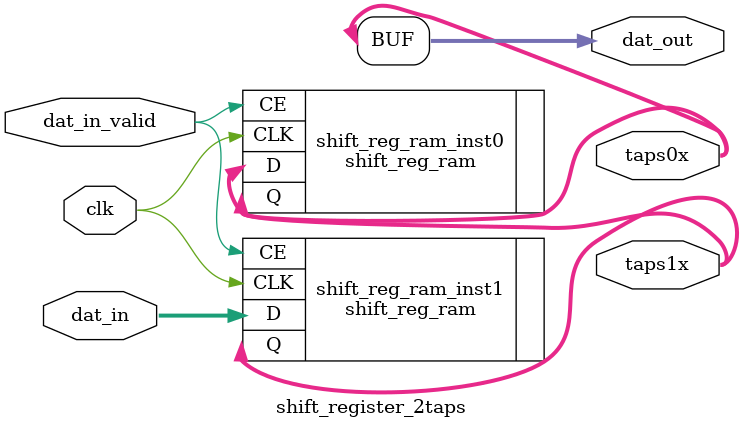
<source format=v>
`timescale 1ns / 1ps


module shift_register_2taps #(
    parameter DATA_WIDTH = 8                // 数据位宽，如需改动需要更改IP
    )(
    input clk,                              // 时钟信号
    input [DATA_WIDTH-1:0] dat_in,          // 输入数据
    input dat_in_valid,                     // 输入数据有效信号
    output [DATA_WIDTH-1:0] dat_out,        // 输出数据
    output [DATA_WIDTH-1:0] taps1x, taps0x  // 输出两个移位寄存器的输出
    );

    assign dat_out = taps0x; // 输出信号即最低位移位寄存器的输出

    shift_reg_ram shift_reg_ram_inst1 (
        .D      (dat_in),
        .CLK    (clk),
        .CE     (dat_in_valid),
        .Q      (taps1x)
    );

    shift_reg_ram shift_reg_ram_inst0 (
        .D      (taps1x),
        .CLK    (clk),
        .CE     (dat_in_valid),
        .Q      (taps0x)
    );
endmodule

</source>
